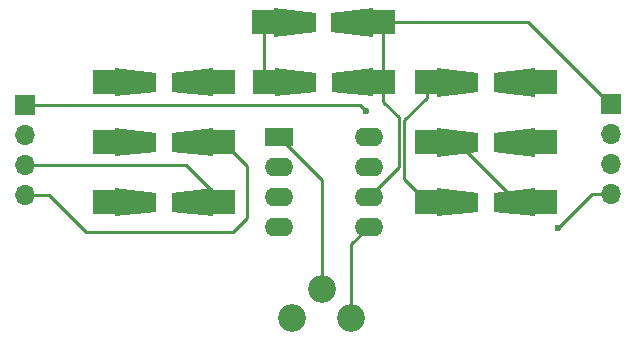
<source format=gtl>
G04 #@! TF.FileFunction,Copper,L1,Top,Signal*
%FSLAX46Y46*%
G04 Gerber Fmt 4.6, Leading zero omitted, Abs format (unit mm)*
G04 Created by KiCad (PCBNEW 4.0.7) date Tuesday, December 19, 2017 'PMt' 12:55:26 PM*
%MOMM*%
%LPD*%
G01*
G04 APERTURE LIST*
%ADD10C,0.100000*%
%ADD11R,1.700000X1.700000*%
%ADD12O,1.700000X1.700000*%
%ADD13R,1.998980X1.998980*%
%ADD14C,2.340000*%
%ADD15R,2.400000X1.600000*%
%ADD16O,2.400000X1.600000*%
%ADD17C,0.600000*%
%ADD18C,0.250000*%
G04 APERTURE END LIST*
D10*
D11*
X162001200Y-72910700D03*
D12*
X162001200Y-75450700D03*
X162001200Y-77990700D03*
X162001200Y-80530700D03*
D11*
X112395000Y-72999600D03*
D12*
X112395000Y-75539600D03*
X112395000Y-78079600D03*
X112395000Y-80619600D03*
D10*
G36*
X141818360Y-64828420D02*
X141818360Y-67226180D01*
X138318240Y-66827400D01*
X138318240Y-65227200D01*
X141818360Y-64828420D01*
X141818360Y-64828420D01*
G37*
G36*
X133492240Y-67226180D02*
X133492240Y-64828420D01*
X136992360Y-65227200D01*
X136992360Y-66827400D01*
X133492240Y-67226180D01*
X133492240Y-67226180D01*
G37*
D13*
X142656560Y-66027300D03*
X132654040Y-66027300D03*
D10*
G36*
X141856460Y-69895720D02*
X141856460Y-72293480D01*
X138356340Y-71894700D01*
X138356340Y-70294500D01*
X141856460Y-69895720D01*
X141856460Y-69895720D01*
G37*
G36*
X133530340Y-72293480D02*
X133530340Y-69895720D01*
X137030460Y-70294500D01*
X137030460Y-71894700D01*
X133530340Y-72293480D01*
X133530340Y-72293480D01*
G37*
D13*
X142694660Y-71094600D03*
X132692140Y-71094600D03*
D10*
G36*
X119992140Y-72280780D02*
X119992140Y-69883020D01*
X123492260Y-70281800D01*
X123492260Y-71882000D01*
X119992140Y-72280780D01*
X119992140Y-72280780D01*
G37*
G36*
X128318260Y-69883020D02*
X128318260Y-72280780D01*
X124818140Y-71882000D01*
X124818140Y-70281800D01*
X128318260Y-69883020D01*
X128318260Y-69883020D01*
G37*
D13*
X119153940Y-71081900D03*
X129156460Y-71081900D03*
D10*
G36*
X119966740Y-77373480D02*
X119966740Y-74975720D01*
X123466860Y-75374500D01*
X123466860Y-76974700D01*
X119966740Y-77373480D01*
X119966740Y-77373480D01*
G37*
G36*
X128292860Y-74975720D02*
X128292860Y-77373480D01*
X124792740Y-76974700D01*
X124792740Y-75374500D01*
X128292860Y-74975720D01*
X128292860Y-74975720D01*
G37*
D13*
X119128540Y-76174600D03*
X129131060Y-76174600D03*
D10*
G36*
X119992140Y-82453480D02*
X119992140Y-80055720D01*
X123492260Y-80454500D01*
X123492260Y-82054700D01*
X119992140Y-82453480D01*
X119992140Y-82453480D01*
G37*
G36*
X128318260Y-80055720D02*
X128318260Y-82453480D01*
X124818140Y-82054700D01*
X124818140Y-80454500D01*
X128318260Y-80055720D01*
X128318260Y-80055720D01*
G37*
D13*
X119153940Y-81254600D03*
X129156460Y-81254600D03*
D10*
G36*
X147220940Y-72306180D02*
X147220940Y-69908420D01*
X150721060Y-70307200D01*
X150721060Y-71907400D01*
X147220940Y-72306180D01*
X147220940Y-72306180D01*
G37*
G36*
X155547060Y-69908420D02*
X155547060Y-72306180D01*
X152046940Y-71907400D01*
X152046940Y-70307200D01*
X155547060Y-69908420D01*
X155547060Y-69908420D01*
G37*
D13*
X146382740Y-71107300D03*
X156385260Y-71107300D03*
D10*
G36*
X147233640Y-77386180D02*
X147233640Y-74988420D01*
X150733760Y-75387200D01*
X150733760Y-76987400D01*
X147233640Y-77386180D01*
X147233640Y-77386180D01*
G37*
G36*
X155559760Y-74988420D02*
X155559760Y-77386180D01*
X152059640Y-76987400D01*
X152059640Y-75387200D01*
X155559760Y-74988420D01*
X155559760Y-74988420D01*
G37*
D13*
X146395440Y-76187300D03*
X156397960Y-76187300D03*
D10*
G36*
X147259040Y-82453480D02*
X147259040Y-80055720D01*
X150759160Y-80454500D01*
X150759160Y-82054700D01*
X147259040Y-82453480D01*
X147259040Y-82453480D01*
G37*
G36*
X155585160Y-80055720D02*
X155585160Y-82453480D01*
X152085040Y-82054700D01*
X152085040Y-80454500D01*
X155585160Y-80055720D01*
X155585160Y-80055720D01*
G37*
D13*
X146420840Y-81254600D03*
X156423360Y-81254600D03*
D14*
X140001000Y-91059000D03*
X137501000Y-88559000D03*
X135001000Y-91059000D03*
D15*
X133858000Y-75692000D03*
D16*
X141478000Y-83312000D03*
X133858000Y-78232000D03*
X141478000Y-80772000D03*
X133858000Y-80772000D03*
X141478000Y-78232000D03*
X133858000Y-83312000D03*
X141478000Y-75692000D03*
D17*
X157505400Y-83400900D03*
X141287500Y-73507600D03*
D18*
X162001200Y-72910700D02*
X161874200Y-72910700D01*
X161874200Y-72910700D02*
X154990800Y-66027300D01*
X154990800Y-66027300D02*
X142656560Y-66027300D01*
X142694660Y-71094600D02*
X142694660Y-72743060D01*
X144005300Y-78244700D02*
X141478000Y-80772000D01*
X144005300Y-74053700D02*
X144005300Y-78244700D01*
X142694660Y-72743060D02*
X144005300Y-74053700D01*
X142656560Y-66027300D02*
X142656560Y-71056500D01*
X142656560Y-71056500D02*
X142618460Y-71094600D01*
X142618460Y-71094600D02*
X140106400Y-71094600D01*
X140068300Y-66027300D02*
X142656560Y-66027300D01*
X160375600Y-80530700D02*
X162001200Y-80530700D01*
X157505400Y-83400900D02*
X160375600Y-80530700D01*
X140001000Y-91059000D02*
X140001000Y-84789000D01*
X140001000Y-84789000D02*
X141478000Y-83312000D01*
X137501000Y-88559000D02*
X137501000Y-79335000D01*
X137501000Y-79335000D02*
X133858000Y-75692000D01*
X112395000Y-72999600D02*
X140779500Y-72999600D01*
X140779500Y-72999600D02*
X141287500Y-73507600D01*
X153974800Y-75298300D02*
X156563060Y-75298300D01*
X154025600Y-71208900D02*
X156613860Y-71208900D01*
X112395000Y-78079600D02*
X125981460Y-78079600D01*
X125981460Y-78079600D02*
X129156460Y-81254600D01*
X126568200Y-81254600D02*
X129156460Y-81254600D01*
X112395000Y-80619600D02*
X114376200Y-80619600D01*
X131152900Y-78196440D02*
X129131060Y-76174600D01*
X131152900Y-82588100D02*
X131152900Y-78196440D01*
X129971800Y-83769200D02*
X131152900Y-82588100D01*
X117525800Y-83769200D02*
X129971800Y-83769200D01*
X114376200Y-80619600D02*
X117525800Y-83769200D01*
X126542800Y-76174600D02*
X129131060Y-76174600D01*
X126568200Y-71081900D02*
X129156460Y-71081900D01*
X146382740Y-71107300D02*
X146382740Y-72387460D01*
X146382740Y-72387460D02*
X144455302Y-74314898D01*
X144455302Y-74314898D02*
X144455302Y-79289062D01*
X144455302Y-79289062D02*
X146420840Y-81254600D01*
X149009100Y-81254600D02*
X146420840Y-81254600D01*
X149199600Y-71208900D02*
X146611340Y-71208900D01*
X119153940Y-81254600D02*
X121742200Y-81254600D01*
X121716800Y-76174600D02*
X119128540Y-76174600D01*
X119153940Y-71081900D02*
X121742200Y-71081900D01*
X132692140Y-71094600D02*
X135280400Y-71094600D01*
X135242300Y-66027300D02*
X132654040Y-66027300D01*
X132654040Y-66027300D02*
X132654040Y-71056500D01*
X132654040Y-71056500D02*
X132692140Y-71094600D01*
X156423360Y-81254600D02*
X154051000Y-81254600D01*
X154051000Y-81254600D02*
X148983700Y-76187300D01*
X153835100Y-81254600D02*
X156423360Y-81254600D01*
X149148800Y-75298300D02*
X146560540Y-75298300D01*
M02*

</source>
